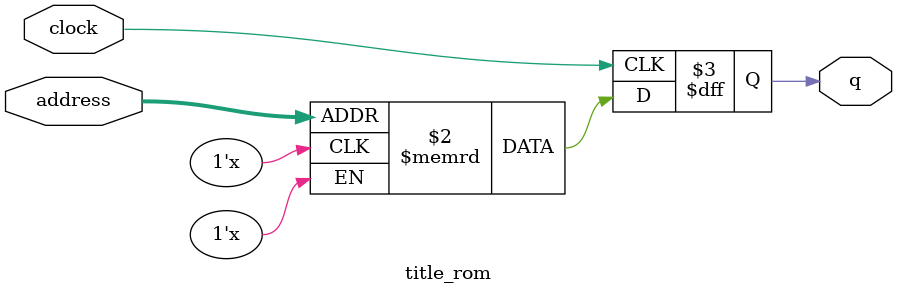
<source format=sv>
module title_rom (
	input logic clock,
	input logic [13:0] address,
	output logic [0:0] q
);

logic [0:0] memory [0:8479] /* synthesis ram_init_file = "./title/title.mif" */;

always_ff @ (posedge clock) begin
	q <= memory[address];
end

endmodule

</source>
